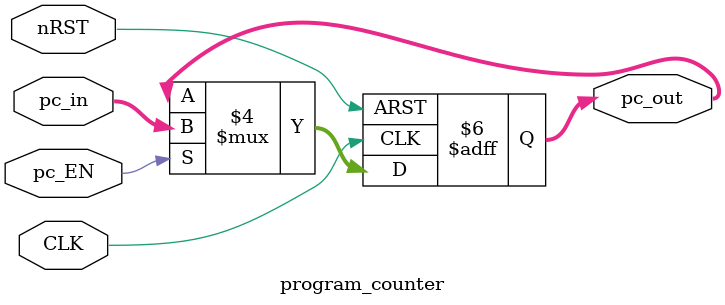
<source format=sv>
module program_counter(
		       input logic CLK, nRST, pc_EN,
		       input logic [31:0] pc_in,
		       output logic [31:0] pc_out
		       );
   //import cpu_types_pkg::*;
   always_ff @(posedge CLK, negedge nRST)
     begin
	if (!nRST)
	  begin
	     pc_out <= 32'b0;
	  end
	else
	  begin
	     if (pc_EN == 1'b1)
	       begin
		  pc_out <= pc_in;
	       end
	  end
     end // always_ff @
endmodule // program_counter


</source>
